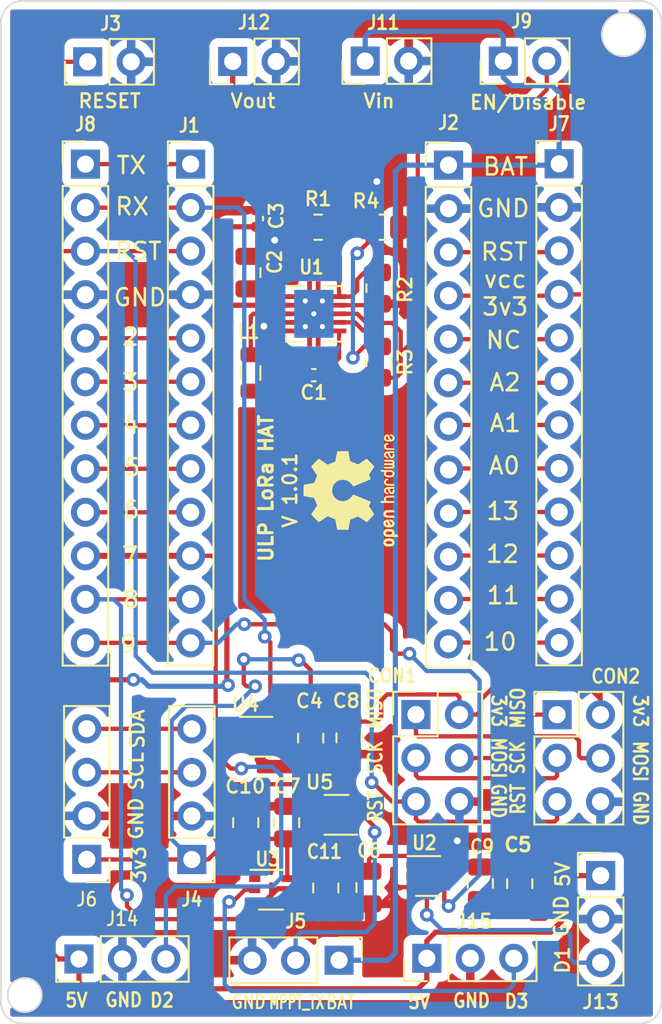
<source format=kicad_pcb>
(kicad_pcb (version 20221018) (generator pcbnew)
  (layers (0 "F.Cu" signal) (31 "B.Cu" signal) (34 "B.Paste" user) (35 "F.Paste" user) (36 "B.SilkS" user "B.Silkscreen") (37 "F.SilkS" user "F.Silkscreen") (38 "B.Mask" user) (39 "F.Mask" user) (44 "Edge.Cuts" user))
  (net 0 "")
  (net 1 "GND")
  (net 2 "/7")
  (net 3 "/BAT")
  (net 4 "/VCC")
  (net 5 "/MPPT_TX")
  (net 6 "Net-(U1-FB)")
  (net 7 "Net-(U1-UVLO)")
  (net 9 "Net-(J1-Pin_1)")
  (net 11 "/RST")
  (net 12 "Net-(J1-Pin_5)")
  (net 13 "Net-(J1-Pin_6)")
  (net 14 "Net-(J1-Pin_7)")
  (net 15 "Net-(J1-Pin_8)")
  (net 16 "Net-(J1-Pin_9)")
  (net 17 "Net-(J2-Pin_5)")
  (net 18 "Net-(J2-Pin_6)")
  (net 19 "Net-(J2-Pin_7)")
  (net 20 "Net-(J2-Pin_8)")
  (net 21 "Net-(J2-Pin_9)")
  (net 22 "Net-(J2-Pin_10)")
  (net 23 "Net-(J2-Pin_11)")
  (net 24 "Net-(J2-Pin_12)")
  (net 25 "Net-(J2-Pin_3)")
  (net 26 "/5V")
  (net 27 "/RX")
  (net 29 "/8")
  (net 31 "/9")
  (net 32 "Net-(U1-VAUX)")
  (net 33 "Net-(U1-L)")
  (net 35 "/MISO")
  (net 36 "/SCK")
  (net 37 "/MOSI")
  (net 38 "/SCL")
  (net 39 "/SDA")
  (net 40 "Net-(J9-Pin_2)")
  (net 41 "/D1")
  (net 42 "/D3")
  (net 43 "/D2")
  (footprint "Symbols:OSHW-Logo2_7.3x6mm_SilkScreen" (layer "F.Cu") (at 147.955 86.593 90)
    (fp_text reference "lg1" hide)
    (fp_text value "OSHW-Logo2_7.3x6mm_SilkScreen" hide)
  )
  (footprint "Connector_PinHeader_2.54mm:PinHeader_1x03_P2.54mm_Vertical" (layer "F.Cu") (at 147.270534 114.009339 -90)
    (fp_text reference "J5")
    (fp_text value "Conn_01x03" hide)
  )
  (footprint "Connector_PinHeader_2.54mm:PinHeader_2x03_P2.54mm_Vertical" (layer "F.Cu") (at 151.762929 99.671787)
    (fp_text reference "CON1")
    (fp_text value "AVR-ISP-6" hide)
  )
  (footprint "Resistor_SMD:R_0805_2012Metric" (layer "F.Cu") (at 149.604913 79.102213 90)
    (fp_text reference "R3")
    (fp_text value "2.15M" hide)
  )
  (footprint "Connector_PinHeader_2.54mm:PinHeader_1x04_P2.54mm_Vertical" (layer "F.Cu") (at 132.530232 108.123377 180)
    (fp_text reference "J6")
    (fp_text value "I2C")
  )
  (footprint "Connector_PinHeader_2.54mm:PinHeader_2x03_P2.54mm_Vertical" (layer "F.Cu") (at 160.011064 99.679755)
    (fp_text reference "CON2")
    (fp_text value "AVR-ISP-6" hide)
  )
  (footprint "Inductor_SMD:L_0805_2012Metric" (layer "F.Cu") (at 142.113 79.735 90)
    (fp_text reference "L1")
    (fp_text value "2.2uH")
  )
  (footprint "Capacitor_SMD:C_0805_2012Metric" (layer "F.Cu") (at 141.81705 105.978314 90)
    (fp_text reference "C10")
    (fp_text value "1uF")
  )
  (footprint "Connector_PinHeader_2.54mm:PinHeader_1x03_P2.54mm_Vertical" (layer "F.Cu") (at 152.4 113.898 90)
    (fp_text reference "J15")
    (fp_text value "Conn_01x03" hide)
  )
  (footprint "Connector_PinHeader_2.54mm:PinHeader_1x02_P2.54mm_Vertical" (layer "F.Cu") (at 132.583 61.574 90)
    (fp_text reference "J3")
    (fp_text value "RESET")
  )
  (footprint "Connector_PinHeader_2.54mm:PinHeader_1x12_P2.54mm_Vertical" (layer "F.Cu") (at 153.667297 67.605788)
    (fp_text reference "J2")
    (fp_text value "Conn_01x12" hide)
  )
  (footprint "Package_TO_SOT_SMD:SOT-353_SC-70-5" (layer "F.Cu") (at 142.674106 100.966507)
    (fp_text reference "U4")
    (fp_text value "SN74LV1T34DCK" hide)
  )
  (footprint "Capacitor_SMD:C_0805_2012Metric" (layer "F.Cu") (at 155.527242 109.520174 -90)
    (fp_text reference "C9")
    (fp_text value "0.1uF")
  )
  (footprint "Resistor_SMD:R_0805_2012Metric" (layer "F.Cu") (at 149.604913 74.784213 -90)
    (fp_text reference "R2")
    (fp_text value "470K" hide)
  )
  (footprint "Capacitor_SMD:C_0402_1005Metric" (layer "F.Cu") (at 142.464645 70.723989 -90)
    (fp_text reference "C3")
    (fp_text value "10uF")
  )
  (footprint "Capacitor_SMD:C_0805_2012Metric" (layer "F.Cu") (at 144.203402 105.978314 90)
    (fp_text reference "C7")
    (fp_text value "0.1uF")
  )
  (footprint "Capacitor_SMD:C_0402_1005Metric" (layer "F.Cu") (at 145.794913 79.864213)
    (fp_text reference "C1")
    (fp_text value "10uF")
  )
  (footprint "Connector_PinHeader_2.54mm:PinHeader_1x02_P2.54mm_Vertical" (layer "F.Cu") (at 148.797981 61.53342 90)
    (fp_text reference "J11")
    (fp_text value "Vin")
  )
  (footprint "Capacitor_SMD:C_0805_2012Metric" (layer "F.Cu") (at 149.022578 109.770353 -90)
    (fp_text reference "C6")
    (fp_text value "1uF")
  )
  (footprint "Resistor_SMD:R_0805_2012Metric" (layer "F.Cu") (at 149.858913 71.228213)
    (fp_text reference "R4")
    (fp_text value "240K" hide)
  )
  (footprint "Resistor_SMD:R_0805_2012Metric" (layer "F.Cu") (at 146.048913 71.228213)
    (fp_text reference "R1")
    (fp_text value "4.22M" hide)
  )
  (footprint "Capacitor_SMD:C_0805_2012Metric" (layer "F.Cu") (at 146.495766 109.795371 -90)
    (fp_text reference "C11")
    (fp_text value "0.1uF")
  )
  (footprint "Connector_PinHeader_2.54mm:PinHeader_1x12_P2.54mm_Vertical" (layer "F.Cu") (at 132.450904 67.546774)
    (fp_text reference "J8")
    (fp_text value "Conn_01x12_Pin" hide)
  )
  (footprint "Connector_PinHeader_2.54mm:PinHeader_1x12_P2.54mm_Vertical" (layer "F.Cu") (at 160.131044 67.529767)
    (fp_text reference "J7")
    (fp_text value "Conn_01x12_Pin" hide)
  )
  (footprint "Connector_PinHeader_2.54mm:PinHeader_1x04_P2.54mm_Vertical" (layer "F.Cu") (at 138.666745 108.130844 180)
    (fp_text reference "J4")
    (fp_text value "I2C")
  )
  (footprint "Package_TO_SOT_SMD:SOT-353_SC-70-5" (layer "F.Cu") (at 143.294151 109.895227)
    (fp_text reference "U3")
    (fp_text value "SN74LV1T34DCK" hide)
  )
  (footprint "Capacitor_SMD:C_0805_2012Metric" (layer "F.Cu") (at 147.853915 101.031401 -90)
    (fp_text reference "C8")
    (fp_text value "1uF")
  )
  (footprint "Capacitor_SMD:C_0805_2012Metric" (layer "F.Cu") (at 157.828893 109.545191 -90)
    (fp_text reference "C5")
    (fp_text value "1uF")
  )
  (footprint "Package_TO_SOT_SMD:SOT-353_SC-70-5" (layer "F.Cu") (at 147.120727 105.524512 180)
    (fp_text reference "U5")
    (fp_text value "SN74LV1T34DCK" hide)
  )
  (footprint "Connector_PinHeader_2.54mm:PinHeader_1x02_P2.54mm_Vertical" (layer "F.Cu") (at 156.869645 61.533479 90)
    (fp_text reference "J9")
    (fp_text value "EN/Disable")
  )
  (footprint "Capacitor_SMD:C_0805_2012Metric" (layer "F.Cu") (at 145.612732 101.050352 -90)
    (fp_text reference "C4")
    (fp_text value "0.1uF")
  )
  (footprint "Connector_PinHeader_2.54mm:PinHeader_1x03_P2.54mm_Vertical" (layer "F.Cu") (at 132.072747 113.936329 90)
    (fp_text reference "J14")
    (fp_text value "Conn_01x03" hide)
  )
  (footprint "Connector_PinHeader_2.54mm:PinHeader_1x02_P2.54mm_Vertical" (layer "F.Cu") (at 141.056507 61.553739 90)
    (fp_text reference "J12")
    (fp_text value "Vout")
  )
  (footprint "Connector_PinHeader_2.54mm:PinHeader_1x12_P2.54mm_Vertical" (layer "F.Cu") (at 138.598418 67.545362)
    (fp_text reference "J1")
    (fp_text value "Conn_01x12" hide)
  )
  (footprint "Package_SON:Texas_S-PVSON-N10_ThermalVias" (layer "F.Cu") (at 145.798913 76.282213)
    (fp_text reference "U1")
    (fp_text value "TPS61202DRC" hide)
  )
  (footprint "Capacitor_SMD:C_0805_2012Metric" (layer "F.Cu") (at 141.9425 73.879682 90)
    (fp_text reference "C2")
    (fp_text value "0.1uF" hide)
  )
  (footprint "Package_TO_SOT_SMD:SOT-353_SC-70-5" (layer "F.Cu") (at 152.474372 109.094653)
    (fp_text reference "U2")
    (fp_text value "SN74LV1T34DCK" hide)
  )
  (footprint "Connector_PinHeader_2.54mm:PinHeader_1x03_P2.54mm_Vertical" (layer "F.Cu") (at 162.56 109.072)
    (fp_text reference "J13")
    (fp_text value "Conn_01x03" hide)
  )
  (gr_line (start 128.778 58.018) (end 164.846 58.018) (stroke (width 0.1)) (layer "Edge.Cuts"))
  (gr_arc (start 166.116 116.438) (mid 165.744026 117.336026) (end 164.846 117.708) (stroke (width 0.1)) (layer "Edge.Cuts"))
  (gr_arc (start 128.778 117.708) (mid 127.879974 117.336026) (end 127.508 116.438) (stroke (width 0.1)) (layer "Edge.Cuts"))
  (gr_arc (start 164.846 58.018) (mid 165.744026 58.389974) (end 166.116 59.288) (stroke (width 0.1)) (layer "Edge.Cuts"))
  (gr_line (start 166.116 59.288) (end 166.116 116.438) (stroke (width 0.1)) (layer "Edge.Cuts"))
  (gr_arc (start 127.508 59.288) (mid 127.879974 58.389974) (end 128.778 58.018) (stroke (width 0.1)) (layer "Edge.Cuts"))
  (gr_line (start 164.846 117.708) (end 128.778 117.708) (stroke (width 0.1)) (layer "Edge.Cuts"))
  (gr_circle (center 163.897749 59.982251) (end 165.167749 59.982251) (stroke (width 0.1)) (fill none) (layer "Edge.Cuts"))
  (gr_line (start 127.508 116.438) (end 127.508 59.288) (stroke (width 0.1)) (layer "Edge.Cuts"))
  (gr_circle (center 128.905 116.041) (end 129.905 116.041) (stroke (width 0.1)) (fill none) (layer "Edge.Cuts"))
  (gr_text "5V" (at 131.191 116.819) (layer "F.SilkS") (effects (font (size 0.8 0.7)) (justify left bottom)))
  (gr_text "A1" (at 156.985758 82.664932) (layer "F.SilkS") (effects (font (size 1 1))))
  (gr_text "SCK" (at 158.171899 103.241493 90) (layer "F.SilkS") (effects (font (size 0.8 0.65)) (justify left bottom)))
  (gr_text "RST" (at 158.196025 105.588376 90) (layer "F.SilkS") (effects (font (size 0.8 0.65)) (justify left bottom)))
  (gr_text "MOSI" (at 164.393192 101.131313 270) (layer "F.SilkS") (effects (font (size 0.8 0.65)) (justify left bottom)))
  (gr_text "3v3" (at 156.13516 98.430177 270) (layer "F.SilkS") (effects (font (size 0.8 0.7)) (justify left bottom)))
  (gr_text "SCL" (at 135.894034 104.183201 90) (layer "F.SilkS") (effects (font (size 0.8 0.8)) (justify left bottom)))
  (gr_text "vcc\n3v3" (at 156.97878 75.067784) (layer "F.SilkS") (effects (font (size 1 1))))
  (gr_text "RST" (at 156.922354 72.666278) (layer "F.SilkS") (effects (font (size 1 1))))
  (gr_text "V 1.0.1" (at 144.402685 88.852351 90) (layer "F.SilkS") (effects (font (size 0.8 0.8) (thickness 0.15) bold) (justify left)))
  (gr_text "D3" (at 156.860487 116.878942) (layer "F.SilkS") (effects (font (size 0.8 0.7)) (justify left bottom)))
  (gr_text "3v3" (at 136.04033 109.596137 90) (layer "F.SilkS") (effects (font (size 0.8 0.8)) (justify left bottom)))
  (gr_text "13" (at 156.842954 87.80295) (layer "F.SilkS") (effects (font (size 1 1))))
  (gr_text "3" (at 135.07408 80.298972) (layer "F.SilkS") (effects (font (size 1 1))))
  (gr_text "RST" (at 135.531908 72.629487) (layer "F.SilkS") (effects (font (size 1 1))))
  (gr_text "MOSI" (at 156.128405 100.929813 270) (layer "F.SilkS") (effects (font (size 0.8 0.65)) (justify left bottom)))
  (gr_text "GND" (at 141.986 116.438) (layer "F.SilkS") (effects (font (size 0.8 0.65) (thickness 0.125))))
  (gr_text "RX" (at 135.177338 70.024302) (layer "F.SilkS") (effects (font (size 1 1))))
  (gr_text "GND" (at 135.869651 107.060348 90) (layer "F.SilkS") (effects (font (size 0.8 0.8)) (justify left bottom)))
  (gr_text "BAT" (at 147.370391 116.44877) (layer "F.SilkS") (effects (font (size 0.8 0.65) (thickness 0.125))))
  (gr_text "3v3" (at 164.417317 98.441895 270) (layer "F.SilkS") (effects (font (size 0.8 0.7)) (justify left bottom)))
  (gr_text "MISO" (at 158.188779 100.569011 90) (layer "F.SilkS") (effects (font (size 0.8 0.65)) (justify left bottom)))
  (gr_text "5V" (at 160.81314 109.82233 90) (layer "F.SilkS") (effects (font (size 0.8 0.8)) (justify left bottom)))
  (gr_text "A2" (at 156.970883 80.286329) (layer "F.SilkS") (effects (font (size 1 1))))
  (gr_text "NC" (at 156.882747 77.816241) (layer "F.SilkS") (effects (font (size 1 1))))
  (gr_text "MISO" (at 149.847299 100.601627 90) (layer "F.SilkS") (effects (font (size 0.8 0.65)) (justify left bottom)))
  (gr_text "D1" (at 160.797895 114.880242 90) (layer "F.SilkS") (effects (font (size 0.8 0.8)) (justify left bottom)))
  (gr_text "6" (at 135.128 87.736) (layer "F.SilkS") (effects (font (size 1 1))))
  (gr_text "GND" (at 156.116743 103.63074 270) (layer "F.SilkS") (effects (font (size 0.8 0.65)) (justify left bottom)))
  (gr_text "GND" (at 135.635885 75.32992) (layer "F.SilkS") (effects (font (size 1 1))))
  (gr_text "A0" (at 156.926256 85.14914) (layer "F.SilkS") (effects (font (size 1 1))))
  (gr_text "4" (at 135.101598 82.764594) (layer "F.SilkS") (effects (font (size 1 1))))
  (gr_text "5V" (at 151.214076 116.907898) (layer "F.SilkS") (effects (font (size 0.8 0.7)) (justify left bottom)))
  (gr_text "TX" (at 135.127753 67.61943) (layer "F.SilkS") (effects (font (size 1 1))))
  (gr_text "SDA" (at 135.948126 101.736463 90) (layer "F.SilkS") (effects (font (size 0.8 0.8)) (justify left bottom)))
  (gr_text "BAT" (at 156.997704 67.692656) (layer "F.SilkS") (effects (font (size 1 1))))
  (gr_text "5" (at 135.171509 85.25675) (layer "F.SilkS") (effects (font (size 1 1))))
  (gr_text "10" (at 156.687132 95.428144) (layer "F.SilkS") (effects (font (size 1 1))))
  (gr_text "D2" (at 136.144 116.819) (layer "F.SilkS") (effects (font (size 0.8 0.7)) (justify left bottom)))
  (gr_text "12" (at 156.825103 90.302033) (layer "F.SilkS") (effects (font (size 1 1))))
  (gr_text "SCK" (at 149.86 103.227787 90) (layer "F.SilkS") (effects (font (size 0.8 0.65)) (justify left bottom)))
  (gr_text "7" (at 135.05764 90.413831) (layer "F.SilkS") (effects (font (size 1 1))))
  (gr_text "9" (at 134.950537 95.576223) (layer "F.SilkS") (effects (font (size 1 1))))
  (gr_text "RST" (at 149.86 106.021787 90) (layer "F.SilkS") (effects (font (size 0.8 0.65)) (justify left bottom)))
  (gr_text "GND" (at 153.849068 116.835508) (layer "F.SilkS") (effects (font (size 0.8 0.7)) (justify left bottom)))
  (gr_text "11" (at 156.865638 92.720804) (layer "F.SilkS") (effects (font (size 1 1))))
  (gr_text "GND" (at 164.415019 104.052468 270) (layer "F.SilkS") (effects (font (size 0.8 0.65)) (justify left bottom)))
  (gr_text "MPPT_TX" (at 143.119343 116.923647) (layer "F.SilkS") (effects (font (size 0.8 0.5) (thickness 0.125)) (justify left bottom)))
  (gr_text "2" (at 135.087052 77.624361) (layer "F.SilkS") (effects (font (size 1 1))))
  (gr_text "GND" (at 133.523735 116.796241) (layer "F.SilkS") (effects (font (size 0.8 0.7)) (justify left bottom)))
  (gr_text "GND" (at 160.730379 112.768599 90) (layer "F.SilkS") (effects (font (size 0.8 0.8)) (justify left bottom)))
  (gr_text "8" (at 135.121902 92.962896) (layer "F.SilkS") (effects (font (size 1 1))))
  (gr_text "ULP LoRa HAT\n" (at 143.002 86.466 90) (layer "F.SilkS") (effects (font (size 0.8 0.8) (thickness 0.18) bold)))
  (gr_text "GND" (at 156.86918 70.134617) (layer "F.SilkS") (effects (font (size 1 1))))
  (segment (start 150.771413 68.835413) (end 150.771413 71.228213) (width 0.3045) (layer "F.Cu") (net 1))
  (segment (start 139.879156 105.590844) (end 140.462 105.008) (width 0.3045) (layer "F.Cu") (net 1))
  (segment (start 144.203402 105.028314) (end 145.054314 105.028314) (width 0.3045) (layer "F.Cu") (net 1))
  (segment (start 141.796736 105.008) (end 141.81705 105.028314) (width 0.25) (layer "F.Cu") (net 1))
  (segment (start 158.75 106.786) (end 159.512 107.548) (width 0.3045) (layer "F.Cu") (net 1))
  (segment (start 148.082 104.863239) (end 148.070727 104.874512) (width 0.25) (layer "F.Cu") (net 1))
  (segment (start 143.51 72.496) (end 143.51 71.988) (width 0.3045) (layer "F.Cu") (net 1))
  (segment (start 138.598418 74.598198) (end 138.598418 75.165362) (width 0.25) (layer "F.Cu") (net 1))
  (segment (start 143.51 102.468) (end 145.145084 102.468) (width 0.3045) (layer "F.Cu") (net 1))
  (segment (start 150.495 68.559) (end 150.771413 68.835413) (width 0.3045) (layer "F.Cu") (net 1))
  (segment (start 143.076318 72.929682) (end 143.51 72.496) (width 0.3045) (layer "F.Cu") (net 1))
  (segment (start 138.666745 105.590844) (end 139.879156 105.590844) (width 0.3045) (layer "F.Cu") (net 1))
  (segment (start 144.203402 105.028314) (end 141.81705 105.028314) (width 0.3045) (layer "F.Cu") (net 1))
  (segment (start 145.054314 105.028314) (end 145.554252 105.528252) (width 0.3045) (layer "F.Cu") (net 1))
  (segment (start 149.479 68.559) (end 150.495 68.559) (width 0.3045) (layer "F.Cu") (net 1))
  (segment (start 149.022578 110.720353) (end 149.735647 110.720353) (width 0.25) (layer "F.Cu") (net 1))
  (segment (start 145.554252 105.528252) (end 146.837487 105.528252) (width 0.3045) (layer "F.Cu") (net 1))
  (segment (start 143.1015 76.782213) (end 144.323913 76.782213) (width 0.254) (layer "F.Cu") (net 1))
  (segment (start 159.512 109.834) (end 159.512 107.548) (width 0.3045) (layer "F.Cu") (net 1))
  (segment (start 147.853915 102.620915) (end 148.082 102.849) (width 0.25) (layer "F.Cu") (net 1))
  (segment (start 154.432 106.786) (end 158.75 106.786) (width 0.3045) (layer "F.Cu") (net 1))
  (segment (start 146.837487 105.528252) (end 147.491227 104.874512) (width 0.3045) (layer "F.Cu") (net 1))
  (segment (start 145.145084 102.468) (end 145.612732 102.000352) (width 0.3045) (layer "F.Cu") (net 1))
  (segment (start 147.853915 101.981401) (end 145.631683 101.981401) (width 0.25) (layer "F.Cu") (net 1))
  (segment (start 142.875 77.008713) (end 143.1015 76.782213) (width 0.254) (layer "F.Cu") (net 1))
  (segment (start 150.711347 109.744653) (end 151.524372 109.744653) (width 0.25) (layer "F.Cu") (net 1))
  (segment (start 147.853915 101.981401) (end 147.853915 102.620915) (width 0.25) (layer "F.Cu") (net 1))
  (segment (start 143.256 110.262878) (end 143.684878 109.834) (width 0.305) (layer "F.Cu") (net 1))
  (segment (start 147.273913 75.782213) (end 149.519413 75.782213) (width 0.25) (layer "F.Cu") (net 1))
  (segment (start 145.631683 101.981401) (end 145.612732 102.000352) (width 0.25) (layer "F.Cu") (net 1))
  (segment (start 148.082 102.849) (end 148.082 104.863239) (width 0.25) (layer "F.Cu") (net 1))
  (segment (start 141.984645 72.887537) (end 141.9425 72.929682) (width 0.25) (layer "F.Cu") (net 1))
  (segment (start 141.9425 72.929682) (end 143.076318 72.929682) (width 0.3045) (layer "F.Cu") (net 1))
  (segment (start 140.462 105.008) (end 141.796736 105.008) (width 0.3045) (layer "F.Cu") (net 1))
  (segment (start 142.973651 110.545227) (end 142.344151 110.545227) (width 0.3045) (layer "F.Cu") (net 1))
  (segment (start 158.850809 110.495191) (end 157.828893 110.495191) (width 0.3045) (layer "F.Cu") (net 1))
  (segment (start 143.684878 109.834) (end 145.584395 109.834) (width 0.305) (layer "F.Cu") (net 1))
  (segment (start 142.150507 101.616507) (end 141.724106 101.616507) (width 0.3045) (layer "F.Cu") (net 1))
  (segment (start 149.735647 110.720353) (end 150.711347 109.744653) (width 0.25) (layer "F.Cu") (net 1))
  (segment (start 142.210913 72.661269) (end 141.9425 72.929682) (width 0.3045) (layer "F.Cu") (net 1))
  (segment (start 143.002 102.468) (end 142.150507 101.616507) (width 0.3045) (layer "F.Cu") (net 1))
  (segment (start 143.256 110.262878) (end 142.973651 110.545227) (width 0.3045) (layer "F.Cu") (net 1))
  (segment (start 154.178 107.04) (end 154.432 106.786) (width 0.3045) (layer "F.Cu") (net 1))
  (segment (start 159.512 109.834) (end 158.850809 110.495191) (width 0.3045) (layer "F.Cu") (net 1))
  (segment (start 145.584395 109.834) (end 146.495766 110.745371) (width 0.305) (layer "F.Cu") (net 1))
  (segment (start 147.491227 104.874512) (end 148.070727 104.874512) (width 0.3045) (layer "F.Cu") (net 1))
  (segment (start 149.519413 75.782213) (end 149.604913 75.696713) (width 0.25) (layer "F.Cu") (net 1))
  (segment (start 143.51 102.468) (end 143.002 102.468) (width 0.3045) (layer "F.Cu") (net 1))
  (via (at 149.479 68.559) (size 0.8) (drill 0.4) (layers "F.Cu" "B.Cu") (net 1))
  (via (at 143.51 71.988) (size 0.8) (drill 0.4) (layers "F.Cu" "B.Cu") (net 1))
  (via (at 142.875 77.008713) (size 0.8) (drill 0.4) (layers "F.Cu" "B.Cu") (net 1))
  (via (at 154.178 107.04) (size 0.8) (drill 0.4) (layers "F.Cu" "B.Cu") (net 1))
  (segment (start 142.875 77.008713) (end 143.002 76.881713) (width 0.254) (layer "B.Cu") (net 1))
  (segment (start 154.302929 106.915071) (end 154.178 107.04) (width 0.3045) (layer "B.Cu") (net 1))
  (segment (start 143.51 68.813) (end 143.51 71.988) (width 0.3045) (layer "B.Cu") (net 1))
  (segment (start 143.891 68.432) (end 143.51 68.813) (width 0.3045) (layer "B.Cu") (net 1))
  (segment (start 149.352 68.432) (end 143.891 68.432) (width 0.3045) (layer "B.Cu") (net 1))
  (segment (start 143.002 72.496) (end 143.51 71.988) (width 0.254) (layer "B.Cu") (net 1))
  (segment (start 149.479 68.559) (end 149.352 68.432) (width 0.3045) (layer "B.Cu") (net 1))
  (segment (start 154.302929 104.751787) (end 154.302929 106.915071) (width 0.3045) (layer "B.Cu") (net 1))
  (segment (start 143.002 76.881713) (end 143.002 72.496) (width 0.254) (layer "B.Cu") (net 1))
  (segment (start 146.170727 104.112727) (end 145.796 103.738) (width 0.25) (layer "F.Cu") (net 2))
  (segment (start 146.170727 104.874512) (end 146.170727 104.112727) (width 0.25) (layer "F.Cu") (net 2))
  (segment (start 140.062077 102.703077) (end 140.062077 90.638077) (width 0.25) (layer "F.Cu") (net 2))
  (segment (start 140.062077 90.638077) (end 139.829362 90.405362) (width 0.25) (layer "F.Cu") (net 2))
  (segment (start 141.097 103.738) (end 140.062077 102.703077) (width 0.25) (layer "F.Cu") (net 2))
  (segment (start 145.796 103.738) (end 141.097 103.738) (width 0.25) (layer "F.Cu") (net 2))
  (segment (start 138.597006 90.406774) (end 138.598418 90.405362) (width 0.25) (layer "F.Cu") (net 2))
  (segment (start 139.829362 90.405362) (end 138.598418 90.405362) (width 0.25) (layer "F.Cu") (net 2))
  (segment (start 132.450904 90.406774) (end 138.597006 90.406774) (width 0.35) (layer "F.Cu") (net 2))
  (segment (start 160.055023 67.605788) (end 160.131044 67.529767) (width 0.25) (layer "F.Cu") (net 3))
  (segment (start 156.869645 61.533479) (end 156.869645 60.074645) (width 0.3045) (layer "B.Cu") (net 3))
  (segment (start 150.560679 113.578321) (end 150.560679 67.985321) (width 0.3045) (layer "B.Cu") (net 3))
  (segment (start 148.797981 60.096019) (end 148.797981 61.53342) (width 0.3045) (layer "B.Cu") (net 3))
  (segment (start 150.560679 67.985321) (end 150.940212 67.605788) (width 0.3045) (layer "B.Cu") (net 3))
  (segment (start 157.353 62.971) (end 159.719182 62.971) (width 0.3045) (layer "B.Cu") (net 3))
  (segment (start 156.869645 62.487645) (end 157.353 62.971) (width 0.3045) (layer "B.Cu") (net 3))
  (segment (start 147.270534 114.009339) (end 150.129661 114.009339) (width 0.3045) (layer "B.Cu") (net 3))
  (segment (start 150.940212 67.605788) (end 153.667297 67.605788) (width 0.3045) (layer "B.Cu") (net 3))
  (segment (start 150.129661 114.009339) (end 150.560679 113.578321) (width 0.3045) (layer "B.Cu") (net 3))
  (segment (start 149.098 59.796) (end 148.797981 60.096019) (width 0.3045) (layer "B.Cu") (net 3))
  (segment (start 156.591 59.796) (end 149.098 59.796) (width 0.3045) (layer "B.Cu") (net 3))
  (segment (start 160.055023 67.605788) (end 160.131044 67.529767) (width 0.3045) (layer "B.Cu") (net 3))
  (segment (start 156.869645 60.074645) (end 156.591 59.796) (width 0.3045) (layer "B.Cu") (net 3))
  (segment (start 159.719182 62.971) (end 160.131044 63.382862) (width 0.3045) (layer "B.Cu") (net 3))
  (segment (start 153.667297 67.605788) (end 160.055023 67.605788) (width 0.3045) (layer "B.Cu") (net 3))
  (segment (start 160.131044 63.382862) (end 160.131044 67.529767) (width 0.3045) (layer "B.Cu") (net 3))
  (segment (start 156.869645 61.533479) (end 156.869645 62.487645) (width 0.3045) (layer "B.Cu") (net 3))
  (segment (start 162.551064 75.535064) (end 162.551064 99.679755) (width 0.25) (layer "F.Cu") (net 4))
  (segment (start 144.353648 100.100352) (end 144.137493 100.316507) (width 0.25) (layer "F.Cu") (net 4))
  (segment (start 141.700327 97.85234) (end 141.700327 96.447332) (width 0.25) (layer "F.Cu") (net 4))
  (segment (start 144.244151 109.245227) (end 144.244151 106.969063) (width 0.25) (layer "F.Cu") (net 4))
  (segment (start 146.495766 108.845371) (end 145.387629 108.845371) (width 0.25) (layer "F.Cu") (net 4))
  (segment (start 132.537699 108.130844) (end 132.530232 108.123377) (width 0.25) (layer "F.Cu") (net 4))
  (segment (start 145.612732 100.100352) (end 144.353648 100.100352) (width 0.25) (layer "F.Cu") (net 4))
  (segment (start 149.452599 100.081401) (end 149.071599 100.081401) (width 0.254) (layer "F.Cu") (net 4))
  (segment (start 150.084713 98.496787) (end 149.733 98.8485) (width 0.254) (layer "F.Cu") (net 4))
  (segment (start 149.733 99.801) (end 149.452599 100.081401) (width 0.254) (layer "F.Cu") (net 4))
  (segment (start 161.925 98.15) (end 162.551064 98.776064) (width 0.25) (layer "F.Cu") (net 4))
  (segment (start 155.575 99.42) (end 155.323213 99.671787) (width 0.254) (layer "F.Cu") (net 4))
  (segment (start 146.170727 106.665273) (end 146.170727 106.174512) (width 0.25) (layer "F.Cu") (net 4))
  (segment (start 149.234347 107.919653) (end 149.022578 108.131422) (width 0.25) (layer "F.Cu") (net 4))
  (segment (start 153.424372 108.444653) (end 155.401721 108.444653) (width 0.25) (layer "F.Cu") (net 4))
  (segment (start 153.667297 75.225788) (end 160.055023 75.225788) (width 0.25) (layer "F.Cu") (net 4))
  (segment (start 154.302929 99.671787) (end 154.302929 98.655929) (width 0.25) (layer "F.Cu") (net 4))
  (segment (start 141.870987 98.023) (end 141.700327 97.85234) (width 0.25) (layer "F.Cu") (net 4))
  (segment (start 142.367 98.023) (end 141.870987 98.023) (width 0.25) (layer "F.Cu") (net 4))
  (segment (start 145.631683 100.081401) (end 145.612732 100.100352) (width 0.25) (layer "F.Cu") (net 4))
  (segment (start 149.022578 108.820353) (end 146.520784 108.820353) (width 0.25) (layer "F.Cu") (net 4))
  (segment (start 162.551064 98.776064) (end 162.551064 99.679755) (width 0.25) (layer "F.Cu") (net 4))
  (segment (start 149.733 98.8485) (end 149.733 99.801) (width 0.254) (layer "F.Cu") (net 4))
  (segment (start 160.131044 75.149767) (end 162.165767 75.149767) (width 0.25) (layer "F.Cu") (net 4))
  (segment (start 145.034 96.499) (end 145.612732 97.077732) (width 0.25) (layer "F.Cu") (net 4))
  (segment (start 152.899372 107.919653) (end 149.234347 107.919653) (width 0.25) (layer "F.Cu") (net 4))
  (segment (start 144.137493 100.316507) (end 143.624106 100.316507) (width 0.25) (layer "F.Cu") (net 4))
  (segment (start 139.625156 108.130844) (end 138.666745 108.130844) (width 0.25) (layer "F.Cu") (net 4))
  (segment (start 140.827686 106.928314) (end 139.625156 108.130844) (width 0.25) (layer "F.Cu") (net 4))
  (segment (start 154.143787 98.496787) (end 150.656213 98.496787) (width 0.25) (layer "F.Cu") (net 4))
  (segment (start 144.203402 106.928314) (end 145.907686 106.928314) (width 0.25) (layer "F.Cu") (net 4))
  (segment (start 155.575 98.785) (end 155.575 99.42) (width 0.254) (layer "F.Cu") (net 4))
  (segment (start 144.244151 106.969063) (end 144.203402 106.928314) (width 0.25) (layer "F.Cu") (net 4))
  (segment (start 147.853915 100.081401) (end 145.631683 100.081401) (width 0.25) (layer "F.Cu") (net 4))
  (segment (start 145.907686 106.928314) (end 146.170727 106.665273) (width 0.25) (layer "F.Cu") (net 4))
  (segment (start 162.165767 75.149767) (end 162.551064 75.535064) (width 0.25) (layer "F.Cu") (net 4))
  (segment (start 154.302929 98.655929) (end 154.143787 98.496787) (width 0.25) (layer "F.Cu") (net 4))
  (segment (start 138.666745 108.130844) (end 132.537699 108.130844) (width 0.25) (layer "F.Cu") (net 4))
  (segment (start 157.803876 108.570174) (end 157.828893 108.595191) (width 0.25) (layer "F.Cu") (net 4))
  (segment (start 153.424372 108.444653) (end 152.899372 107.919653) (width 0.25) (layer "F.Cu") (net 4))
  (segment (start 155.527242 108.570174) (end 157.803876 108.570174) (width 0.25) (layer "F.Cu") (net 4))
  (segment (start 156.464 98.15) (end 161.925 98.15) (width 0.25) (layer "F.Cu") (net 4))
  (segment (start 155.401721 108.444653) (end 155.527242 108.570174) (width 0.25) (layer "F.Cu") (net 4))
  (segment (start 150.656213 98.496787) (end 150.084713 98.496787) (width 0.254) (layer "F.Cu") (net 4))
  (segment (start 145.387629 108.845371) (end 144.987773 109.245227) (width 0.25) (layer "F.Cu") (net 4))
  (segment (start 149.071599 100.081401) (end 147.853915 100.081401) (width 0.25) (layer "F.Cu") (net 4))
  (segment (start 156.21 98.15) (end 155.575 98.785) (width 0.254) (layer "F.Cu") (net 4))
  (segment (start 145.612732 97.077732) (end 145.612732 100.100352) (width 0.25) (layer "F.Cu") (net 4))
  (segment (start 144.203402 106.928314) (end 141.81705 106.928314) (width 0.25) (layer "F.Cu") (net 4))
  (segment (start 144.987773 109.245227) (end 144.244151 109.245227) (width 0.25) (layer "F.Cu") (net 4))
  (segment (start 146.520784 108.820353) (end 146.495766 108.845371) (width 0.25) (layer "F.Cu") (net 4))
  (segment (start 149.022578 108.131422) (end 149.022578 108.820353) (width 0.25) (layer "F.Cu") (net 4))
  (segment (start 154.302929 99.671787) (end 155.323213 99.671787) (width 0.25) (layer "F.Cu") (net 4))
  (segment (start 156.464 98.15) (end 156.21 98.15) (width 0.254) (layer "F.Cu") (net 4))
  (segment (start 160.055023 75.225788) (end 160.131044 75.149767) (width 0.25) (layer "F.Cu") (net 4))
  (segment (start 144.907 96.499) (end 145.034 96.499) (width 0.25) (layer "F.Cu") (net 4))
  (segment (start 141.81705 106.928314) (end 140.827686 106.928314) (width 0.25) (layer "F.Cu") (net 4))
  (via (at 142.367 98.023) (size 0.8) (drill 0.4) (layers "F.Cu" "B.Cu") (net 4))
  (via (at 141.700327 96.447332) (size 0.8) (drill 0.4) (layers "F.Cu" "B.Cu") (net 4))
  (via (at 144.907 96.499) (size 0.8) (drill 0.4) (layers "F.Cu" "B.Cu") (net 4))
  (segment (start 141.224 99.166) (end 138.349888 99.166) (width 0.25) (layer "B.Cu") (net 4))
  (segment (start 137.491745 106.955844) (end 138.666745 108.130844) (width 0.25) (layer "B.Cu") (net 4))
  (segment (start 142.367 98.023) (end 141.224 99.166) (width 0.25) (layer "B.Cu") (net 4))
  (segment (start 137.491745 100.024143) (end 137.491745 106.955844) (width 0.25) (layer "B.Cu") (net 4))
  (segment (start 144.907 96.499) (end 144.855332 96.447332) (width 0.25) (layer "B.Cu") (net 4))
  (segment (start 138.349888 99.166) (end 137.491745 100.024143) (width 0.25) (layer "B.Cu") (net 4))
  (segment (start 144.855332 96.447332) (end 141.700327 96.447332) (width 0.25) (layer "B.Cu") (net 4))
  (segment (start 149.352 106.230785) (end 148.645727 105.524512) (width 0.25) (layer "F.Cu") (net 5))
  (segment (start 148.645727 105.524512) (end 148.070727 105.524512) (width 0.25) (layer "F.Cu") (net 5))
  (segment (start 149.352 106.532) (end 149.352 106.230785) (width 0.25) (layer "F.Cu") (net 5))
  (via (at 149.352 106.532) (size 0.8) (drill 0.4) (layers "F.Cu" "B.Cu") (net 5))
  (segment (start 149.352 106.532) (end 149.352 111.866) (width 0.25) (layer "B.Cu") (net 5))
  (segment (start 148.844 112.374) (end 145.034 112.374) (width 0.25) (layer "B.Cu") (net 5))
  (segment (start 144.730534 112.677466) (end 144.730534 114.009339) (width 0.25) (layer "B.Cu") (net 5))
  (segment (start 145.034 112.374) (end 144.730534 112.677466) (width 0.25) (layer "B.Cu") (net 5))
  (segment (start 149.352 111.866) (end 148.844 112.374) (width 0.25) (layer "B.Cu") (net 5))
  (segment (start 147.558913 75.282213) (end 147.962787 75.282213) (width 0.25) (layer "F.Cu") (net 6))
  (segment (start 146.961413 73.661413) (end 147.273913 73.973913) (width 0.25) (layer "F.Cu") (net 6))
  (segment (start 146.961413 71.228213) (end 146.961413 73.661413) (width 0.25) (layer "F.Cu") (net 6))
  (segment (start 148.336 74.909) (end 148.336 74.274) (width 0.25) (layer "F.Cu") (net 6))
  (segment (start 147.962787 75.282213) (end 148.336 74.909) (width 0.25) (layer "F.Cu") (net 6))
  (segment (start 148.336 74.274) (end 148.738287 73.871713) (width 0.25) (layer "F.Cu") (net 6))
  (segment (start 148.738287 73.871713) (end 149.604913 73.871713) (width 0.25) (layer "F.Cu") (net 6))
  (segment (start 147.273913 73.973913) (end 147.273913 75.282213) (width 0.25) (layer "F.Cu") (net 6))
  (segment (start 148.6792 77.264) (end 149.294 77.264) (width 0.25) (layer "F.Cu") (net 7))
  (segment (start 149.604913 77.574913) (end 149.604913 78.189713) (width 0.25) (layer "F.Cu") (net 7))
  (segment (start 147.273913 76.782213) (end 148.197413 76.782213) (width 0.25) (layer "F.Cu") (net 7))
  (segment (start 148.738287 78.189713) (end 148.082 78.846) (width 0.25) (layer "F.Cu") (net 7))
  (segment (start 148.946413 72.139587) (end 148.946413 71.228213) (width 0.25) (layer "F.Cu") (net 7))
  (segment (start 148.197413 76.782213) (end 148.6792 77.264) (width 0.25) (layer "F.Cu") (net 7))
  (segment (start 149.294 77.264) (end 149.604913 77.574913) (width 0.25) (layer "F.Cu") (net 7))
  (segment (start 149.604913 78.189713) (end 148.738287 78.189713) (width 0.25) (layer "F.Cu") (net 7))
  (segment (start 148.336 72.75) (end 148.946413 72.139587) (width 0.25) (layer "F.Cu") (net 7))
  (via (at 148.082 78.846) (size 0.8) (drill 0.4) (layers "F.Cu" "B.Cu") (net 7))
  (via (at 148.336 72.75) (size 0.8) (drill 0.4) (layers "F.Cu" "B.Cu") (net 7))
  (segment (start 148.336 72.75) (end 148.082 73.004) (width 0.25) (layer "B.Cu") (net 7))
  (segment (start 148.082 73.004) (end 148.082 78.846) (width 0.25) (layer "B.Cu") (net 7))
  (segment (start 132.450904 67.546774) (end 138.597006 67.546774) (width 0.25) (layer "F.Cu") (net 9))
  (segment (start 138.597006 67.546774) (end 138.598418 67.545362) (width 0.25) (layer "F.Cu") (net 9))
  (segment (start 132.450904 72.626774) (end 138.597006 72.626774) (width 0.25) (layer "F.Cu") (net 11))
  (segment (start 130.429 71.988) (end 131.067774 72.626774) (width 0.25) (layer "F.Cu") (net 11))
  (segment (start 149.239465 103.625465) (end 150.365787 104.751787) (width 0.25) (layer "F.Cu") (net 11))
  (segment (start 151.762929 105.767929) (end 151.921787 105.926787) (width 0.25) (layer "F.Cu") (net 11))
  (segment (start 159.863213 105.926787) (end 159.736213 105.926787) (width 0.254) (layer "F.Cu") (net 11))
  (segment (start 130.937 61.574) (end 130.429 62.082) (width 0.25) (layer "F.Cu") (net 11))
  (segment (start 132.583 61.574) (end 130.937 61.574) (width 0.25) (layer "F.Cu") (net 11))
  (segment (start 131.067774 72.626774) (end 132.450904 72.626774) (width 0.25) (layer "F.Cu") (net 11))
  (segment (start 150.365787 104.751787) (end 151.762929 104.751787) (width 0.25) (layer "F.Cu") (net 11))
  (segment (start 160.011064 104.759755) (end 160.011064 105.778936) (width 0.254) (layer "F.Cu") (net 11))
  (segment (start 160.011064 105.778936) (end 159.863213 105.926787) (width 0.254) (layer "F.Cu") (net 11))
  (segment (start 149.177503 103.625465) (end 149.239465 103.625465) (width 0.25) (layer "F.Cu") (net 11))
  (segment (start 151.921787 105.926787) (end 159.736213 105.926787) (width 0.25) (layer "F.Cu") (net 11))
  (segment (start 130.429 62.082) (end 130.429 71.988) (width 0.25) (layer "F.Cu") (net 11))
  (segment (start 138.597006 72.626774) (end 138.598418 72.625362) (width 0.25) (layer "F.Cu") (net 11))
  (segment (start 151.762929 104.751787) (end 151.762929 105.767929) (width 0.25) (layer "F.Cu") (net 11))
  (via (at 149.177503 103.625465) (size 0.8) (drill 0.4) (layers "F.Cu" "B.Cu") (net 11))
  (segment (start 136.368088 97.231088) (end 135.382 96.245) (width 0.25) (layer "B.Cu") (net 11))
  (segment (start 149.177503 103.625465) (end 149.177503 97.594503) (width 0.25) (layer "B.Cu") (net 11))
  (segment (start 149.177503 97.594503) (end 148.814088 97.231088) (width 0.25) (layer "B.Cu") (net 11))
  (segment (start 148.814088 97.231088) (end 136.368088 97.231088) (width 0.25) (layer "B.Cu") (net 11))
  (segment (start 134.877774 72.626774) (end 132.450904 72.626774) (width 0.25) (layer "B.Cu") (net 11))
  (segment (start 135.382 96.245) (end 135.382 73.131) (width 0.25) (layer "B.Cu") (net 11))
  (segment (start 135.382 73.131) (end 134.877774 72.626774) (width 0.25) (layer "B.Cu") (net 11))
  (segment (start 132.450904 77.706774) (end 138.597006 77.706774) (width 0.25) (layer "F.Cu") (net 12))
  (segment (start 138.597006 77.706774) (end 138.598418 77.705362) (width 0.25) (layer "F.Cu") (net 12))
  (segment (start 138.597006 80.246774) (end 138.598418 80.245362) (width 0.25) (layer "F.Cu") (net 13))
  (segment (start 132.450904 80.246774) (end 138.597006 80.246774) (width 0.25) (layer "F.Cu") (net 13))
  (segment (start 132.450904 82.786774) (end 138.597006 82.786774) (width 0.25) (layer "F.Cu") (net 14))
  (segment (start 138.597006 82.786774) (end 138.598418 82.785362) (width 0.25) (layer "F.Cu") (net 14))
  (segment (start 132.450904 85.326774) (end 138.597006 85.326774) (width 0.25) (layer "F.Cu") (net 15))
  (segment (start 138.597006 85.326774) (end 138.598418 85.325362) (width 0.25) (layer "F.Cu") (net 15))
  (segment (start 132.450904 87.866774) (end 138.597006 87.866774) (width 0.25) (layer "F.Cu") (net 16))
  (segment (start 138.597006 87.866774) (end 138.598418 87.865362) (width 0.25) (layer "F.Cu") (net 16))
  (segment (start 160.055023 77.765788) (end 160.131044 77.689767) (width 0.25) (layer "F.Cu") (net 17))
  (segment (start 153.667297 77.765788) (end 160.055023 77.765788) (width 0.25) (layer "F.Cu") (net 17))
  (segment (start 153.667297 80.305788) (end 160.055023 80.305788) (width 0.25) (layer "F.Cu") (net 18))
  (segment (start 160.055023 80.305788) (end 160.131044 80.229767) (width 0.25) (layer "F.Cu") (net 18))
  (segment (start 160.131044 82.769767) (end 153.743318 82.769767) (width 0.25) (layer "F.Cu") (net 19))
  (segment (start 153.743318 82.769767) (end 153.667297 82.845788) (width 0.25) (layer "F.Cu") (net 19))
  (segment (start 153.743318 85.309767) (end 153.667297 85.385788) (width 0.25) (layer "F.Cu") (net 20))
  (segment (start 160.131044 85.309767) (end 153.743318 85.309767) (width 0.25) (layer "F.Cu") (net 20))
  (segment (start 160.131044 87.849767) (end 153.743318 87.849767) (width 0.25) (layer "F.Cu") (net 21))
  (segment (start 153.743318 87.849767) (end 153.667297 87.925788) (width 0.25) (layer "F.Cu") (net 21))
  (segment (start 153.743318 90.389767) (end 153.667297 90.465788) (width 0.25) (layer "F.Cu") (net 22))
  (segment (start 160.131044 90.389767) (end 153.743318 90.389767) (width 0.25) (layer "F.Cu") (net 22))
  (segment (start 153.743318 92.929767) (end 153.667297 93.005788) (width 0.25) (layer "F.Cu") (net 23))
  (segment (start 160.131044 92.929767) (end 153.743318 92.929767) (width 0.25) (layer "F.Cu") (net 23))
  (segment (start 160.131044 95.469767) (end 153.743318 95.469767) (width 0.25) (layer "F.Cu") (net 24))
  (segment (start 153.743318 95.469767) (end 153.667297 95.545788) (width 0.25) (layer "F.Cu") (net 24))
  (segment (start 153.667297 72.685788) (end 160.055023 72.685788) (width 0.25) (layer "F.Cu") (net 25))
  (segment (start 160.055023 72.685788) (end 160.131044 72.609767) (width 0.25) (layer "F.Cu") (net 25))
  (segment (start 130.937 97.642) (end 130.429 98.15) (width 0.3045) (layer "F.Cu") (net 26))
  (segment (start 161.29 109.072) (end 160.782 109.072) (width 0.3045) (layer "F.Cu") (net 26))
  (segment (start 144.323913 75.782213) (end 140.731787 75.782213) (width 0.3045) (layer "F.Cu") (net 26))
  (segment (start 140.716 81.64) (end 140.716 97.896) (width 0.3045) (layer "F.Cu") (net 26))
  (segment (start 152.4 112.882) (end 152.4 113.898) (width 0.3045) (layer "F.Cu") (net 26))
  (segment (start 140.208 77.068) (end 140.208 81.132) (width 0.3045) (layer "F.Cu") (net 26))
  (segment (start 145.136413 64.851413) (end 145.136413 71.228213) (width 0.3045) (layer "F.Cu") (net 26))
  (segment (start 132.072747 115.287747) (end 132.072747 113.936329) (width 0.3045) (layer "F.Cu") (net 26))
  (segment (start 140.716 97.896) (end 140.726989 97.896) (width 0.25) (layer "F.Cu") (net 26))
  (segment (start 130.848329 113.936329) (end 132.072747 113.936329) (width 0.3045) (layer "F.Cu") (net 26))
  (segment (start 142.488869 71.228213) (end 142.464645 71.203989) (width 0.3045) (layer "F.Cu") (net 26))
  (segment (start 160.782 109.072) (end 160.274 109.58) (width 0.3045) (layer "F.Cu") (net 26))
  (segment (start 135.255 97.642) (end 130.937 97.642) (width 0.3045) (layer "F.Cu") (net 26))
  (segment (start 152.4 113.898) (end 152.4 115.168) (width 0.3045) (layer "F.Cu") (net 26))
  (segment (start 130.429 113.517) (end 130.848329 113.936329) (width 0.3045) (layer "F.Cu") (net 26))
  (segment (start 160.274 111.739) (end 159.639 112.374) (width 0.3045) (layer "F.Cu") (net 26))
  (segment (start 140.738011 71.203989) (end 142.464645 71.203989) (width 0.3045) (layer "F.Cu") (net 26))
  (segment (start 132.461 115.676) (end 132.072747 115.287747) (width 0.3045) (layer "F.Cu") (net 26))
  (segment (start 140.731787 75.782213) (end 140.208 76.306) (width 0.3045) (layer "F.Cu") (net 26))
  (segment (start 140.208 71.734) (end 140.738011 71.203989) (width 0.3045) (layer "F.Cu") (net 26))
  (segment (start 141.250913 61.748145) (end 141.056507 61.553739) (width 0.25) (layer "F.Cu") (net 26))
  (segment (start 140.208 76.306) (end 140.208 71.734) (width 0.3045) (layer "F.Cu") (net 26))
  (segment (start 157.988 112.374) (end 152.908 112.374) (width 0.3045) (layer "F.Cu") (net 26))
  (segment (start 152.908 112.374) (end 152.4 112.882) (width 0.3045) (layer "F.Cu") (net 26))
  (segment (start 160.274 109.58) (end 160.274 111.739) (width 0.3045) (layer "F.Cu") (net 26))
  (segment (start 140.208 81.132) (end 140.716 81.64) (width 0.3045) (layer "F.Cu") (net 26))
  (segment (start 162.56 109.072) (end 161.29 109.072) (width 0.3045) (layer "F.Cu") (net 26))
  (segment (start 162.083191 108.595191) (end 162.56 109.072) (width 0.25) (layer "F.Cu") (net 26))
  (segment (start 141.056507 63.438507) (end 141.478 63.86) (width 0.3045) (layer "F.Cu") (net 26))
  (segment (start 145.136413 71.228213) (end 142.488869 71.228213) (width 0.3045) (layer "F.Cu") (net 26))
  (segment (start 141.056507 61.553739) (end 141.056507 63.438507) (width 0.3045) (layer "F.Cu") (net 26))
  (segment (start 151.892 115.676) (end 132.461 115.676) (width 0.3045) (layer "F.Cu") (net 26))
  (segment (start 130.429 98.15) (end 130.429 113.517) (width 0.3045) (layer "F.Cu") (net 26))
  (segment (start 141.478 63.86) (end 144.145 63.86) (width 0.3045) (layer "F.Cu") (net 26))
  (segment (start 152.4 115.168) (end 151.892 115.676) (width 0.3045) (layer "F.Cu") (net 26))
  (segment (start 140.726989 97.896) (end 140.786577 97.955588) (width 0.25) (layer "F.Cu") (net 26))
  (segment (start 159.639 112.374) (end 157.988 112.374) (width 0.3045) (layer "F.Cu") (net 26))
  (segment (start 144.145 63.86) (end 145.136413 64.851413) (width 0.3045) (layer "F.Cu") (net 26))
  (segment (start 140.208 76.306) (end 140.208 77.068) (width 0.3045) (layer "F.Cu") (net 26))
  (via (at 135.255 97.642) (size 0.8) (drill 0.4) (layers "F.Cu" "B.Cu") (net 26))
  (via (at 140.786577 97.955588) (size 0.8) (drill 0.4) (layers "F.Cu" "B.Cu") (net 26))
  (segment (start 140.786577 97.955588) (end 140.719165 98.023) (width 0.3045) (layer "B.Cu") (net 26))
  (segment (start 135.763 97.642) (end 135.255 97.642) (width 0.3045) (layer "B.Cu") (net 26))
  (segment (start 136.144 98.023) (end 135.763 97.642) (width 0.3045) (layer "B.Cu") (net 26))
  (segment (start 140.719165 98.023) (end 136.144 98.023) (width 0.3045) (layer "B.Cu") (net 26))
  (segment (start 142.748 100.017613) (end 143.256 99.509613) (width 0.25) (layer "F.Cu") (net 27))
  (segment (start 143.624106 101.616507) (end 143.039507 101.616507) (width 0.25) (layer "F.Cu") (net 27))
  (segment (start 143.256 95.456179) (end 142.927207 95.127386) (width 0.25) (layer "F.Cu") (net 27))
  (segment (start 132.450904 70.086774) (end 138.597006 70.086774) (width 0.25) (layer "F.Cu") (net 27))
  (segment (start 143.256 99.509613) (end 143.256 95.456179) (width 0.25) (layer "F.Cu") (net 27))
  (segment (start 142.748 101.325) (end 142.748 100.017613) (width 0.25) (layer "F.Cu") (net 27))
  (segment (start 138.597006 70.086774) (end 138.598418 70.085362) (width 0.25) (layer "F.Cu") (net 27))
  (segment (start 143.039507 101.616507) (end 142.748 101.325) (width 0.25) (layer "F.Cu") (net 27))
  (via (at 142.927207 95.127386) (size 0.8) (drill 0.4) (layers "F.Cu" "B.Cu") (net 27))
  (segment (start 138.598418 70.085362) (end 141.353362 70.085362) (width 0.25) (layer "B.Cu") (net 27))
  (segment (start 141.353362 70.085362) (end 141.732 70.464) (width 0.25) (layer "B.Cu") (net 27))
  (segment (start 142.927207 94.138207) (end 142.927207 95.127386) (width 0.25) (layer "B.Cu") (net 27))
  (segment (start 141.732 92.943) (end 142.927207 94.138207) (width 0.25) (layer "B.Cu") (net 27))
  (segment (start 141.732 70.464) (end 141.732 92.943) (width 0.25) (layer "B.Cu") (net 27))
  (segment (start 144.244151 111.258849) (end 143.891 111.612) (width 0.254) (layer "F.Cu") (net 29))
  (segment (start 135.636 111.612) (end 134.874 110.85) (width 0.25) (layer "F.Cu") (net 29))
  (segment (start 132.450904 92.946774) (end 138.597006 92.946774) (width 0.25) (layer "F.Cu") (net 29))
  (segment (start 140.716 111.612) (end 135.636 111.612) (width 0.25) (layer "F.Cu") (net 29))
  (segment (start 144.244151 110.545227) (end 144.244151 111.258849) (width 0.254) (layer "F.Cu") (net 29))
  (segment (start 143.891 111.612) (end 140.716 111.612) (width 0.254) (layer "F.Cu") (net 29))
  (segment (start 134.874 110.85) (end 134.874 110.215) (width 0.25) (layer "F.Cu") (net 29))
  (segment (start 138.597006 92.946774) (end 138.598418 92.945362) (width 0.25) (layer "F.Cu") (net 29))
  (via (at 134.874 110.215) (size 0.8) (drill 0.4) (layers "F.Cu" "B.Cu") (net 29))
  (segment (start 134.53 93.361) (end 134.53 109.871) (width 0.25) (layer "B.Cu") (net 29))
  (segment (start 132.450904 92.946774) (end 134.115774 92.946774) (width 0.25) (layer "B.Cu") (net 29))
  (segment (start 134.115774 92.946774) (end 134.53 93.361) (width 0.25) (layer "B.Cu") (net 29))
  (segment (start 134.53 109.871) (end 134.874 110.215) (width 0.25) (layer "B.Cu") (net 29))
  (segment (start 150.622 96.118) (end 151.384 96.118) (width 0.254) (layer "F.Cu") (net 31))
  (segment (start 150.368 94.848) (end 150.368 95.864) (width 0.254) (layer "F.Cu") (net 31))
  (segment (start 153.424372 110.604372) (end 153.67 110.85) (width 0.254) (layer "F.Cu") (net 31))
  (segment (start 153.424372 109.744653) (end 153.424372 110.604372) (width 0.254) (layer "F.Cu") (net 31))
  (segment (start 150.368 95.864) (end 150.622 96.118) (width 0.254) (layer "F.Cu") (net 31))
  (segment (start 141.732 94.400386) (end 149.920386 94.400386) (width 0.254) (layer "F.Cu") (net 31))
  (segment (start 149.920386 94.400386) (end 150.368 94.848) (width 0.254) (layer "F.Cu") (net 31))
  (segment (start 138.597006 95.486774) (end 138.598418 95.485362) (width 0.25) (layer "F.Cu") (net 31))
  (segment (start 132.450904 95.486774) (end 138.597006 95.486774) (width 0.25) (layer "F.Cu") (net 31))
  (via (at 141.732 94.400386) (size 0.8) (drill 0.4) (layers "F.Cu" "B.Cu") (net 31))
  (via (at 153.67 110.85) (size 0.8) (drill 0.4) (layers "F.Cu" "B.Cu") (net 31))
  (via (at 151.384 96.118) (size 0.8) (drill 0.4) (layers "F.Cu" "B.Cu") (net 31))
  (segment (start 155.479929 109.040071) (end 153.67 110.85) (width 0.254) (layer "B.Cu") (net 31))
  (segment (start 151.384 96.118) (end 152.4 97.134) (width 0.254) (layer "B.Cu") (net 31))
  (segment (start 141.732 94.400386) (end 141.290614 94.400386) (width 0.254) (layer "B.Cu") (net 31))
  (segment (start 154.94 97.134) (end 155.479929 97.673929) (width 0.254) (layer "B.Cu") (net 31))
  (segment (start 152.4 97.134) (end 154.94 97.134) (width 0.254) (layer "B.Cu") (net 31))
  (segment (start 141.290614 94.400386) (end 140.205638 95.485362) (width 0.254) (layer "B.Cu") (net 31))
  (segment (start 140.205638 95.485362) (end 138.598418 95.485362) (width 0.254) (layer "B.Cu") (net 31))
  (segment (start 155.479929 97.673929) (end 155.479929 109.040071) (width 0.254) (layer "B.Cu") (net 31))
  (segment (start 144.323913 75.282213) (end 144.010213 75.282213) (width 0.2) (layer "F.Cu") (net 32))
  (segment (start 141.9425 74.829682) (end 142.922682 74.829682) (width 0.254) (layer "F.Cu") (net 32))
  (segment (start 143.375213 75.282213) (end 144.323913 75.282213) (width 0.254) (layer "F.Cu") (net 32))
  (segment (start 142.922682 74.829682) (end 143.375213 75.282213) (width 0.254) (layer "F.Cu") (net 32))
  (segment (start 142.113 76.433) (end 142.113 78.6725) (width 0.254) (layer "F.Cu") (net 33))
  (segment (start 144.323913 76.282213) (end 142.263787 76.282213) (width 0.254) (layer "F.Cu") (net 33))
  (segment (start 142.263787 76.282213) (end 142.113 76.433) (width 0.254) (layer "F.Cu") (net 33))
  (segment (start 156.718 99.674) (end 156.464 99.674) (width 0.254) (layer "F.Cu") (net 35))
  (segment (start 160.005309 99.674) (end 160.011064 99.679755) (width 0.25) (layer "F.Cu") (net 35))
  (segment (start 156.337 100.817) (end 156.21 100.944) (width 0.254) (layer "F.Cu") (net 35))
  (segment (start 151.762929 99.671787) (end 151.762929 100.814929) (width 0.25) (layer "F.Cu") (net 35))
  (segment (start 153.416 100.944) (end 151.892 100.944) (width 0.25) (layer "F.Cu") (net 35))
  (segment (start 156.21 100.944) (end 153.416 100.944) (width 0.254) (layer "F.Cu") (net 35))
  (segment (start 156.718 99.674) (end 160.005309 99.674) (width 0.25) (layer "F.Cu") (net 35))
  (segment (start 156.464 99.674) (end 156.337 99.801) (width 0.254) (layer "F.Cu") (net 35))
  (segment (start 151.762929 100.814929) (end 151.892 100.944) (width 0.25) (layer "F.Cu") (net 35))
  (segment (start 156.337 99.801) (end 156.337 100.817) (width 0.254) (layer "F.Cu") (net 35))
  (segment (start 151.762929 102.211787) (end 151.762929 103.227929) (width 0.25) (layer "F.Cu") (net 36))
  (segment (start 151.921787 103.386787) (end 159.863213 103.386787) (width 0.25) (layer "F.Cu") (net 36))
  (segment (start 151.762929 103.227929) (end 151.921787 103.386787) (width 0.25) (layer "F.Cu") (net 36))
  (segment (start 160.011064 103.238936) (end 160.011064 102.219755) (width 0.25) (layer "F.Cu") (net 36))
  (segment (start 159.863213 103.386787) (end 160.011064 103.238936) (width 0.25) (layer "F.Cu") (net 36))
  (segment (start 158.3055 100.944) (end 159.131 100.944) (width 0.254) (layer "F.Cu") (net 37))
  (segment (start 161.29 102.087) (end 161.422755 102.219755) (width 0.25) (layer "F.Cu") (net 37))
  (segment (start 157.863213 102.211787) (end 158.115 101.96) (width 0.254) (layer "F.Cu") (net 37))
  (segment (start 158.115 101.96) (end 158.115 101.1345) (width 0.254) (layer "F.Cu") (net 37))
  (segment (start 154.302929 102.211787) (end 157.863213 102.211787) (width 0.25) (layer "F.Cu") (net 37))
  (segment (start 161.036 100.944) (end 161.29 101.198) (width 0.25) (layer "F.Cu") (net 37))
  (segment (start 161.422755 102.219755) (end 162.551064 102.219755) (width 0.25) (layer "F.Cu") (net 37))
  (segment (start 158.115 101.1345) (end 158.3055 100.944) (width 0.254) (layer "F.Cu") (net 37))
  (segment (start 161.29 101.198) (end 161.29 102.087) (width 0.25) (layer "F.Cu") (net 37))
  (segment (start 159.131 100.944) (end 161.036 100.944) (width 0.25) (layer "F.Cu") (net 37))
  (segment (start 138.659278 103.043377) (end 138.666745 103.050844) (width 0.25) (layer "F.Cu") (net 38))
  (segment (start 132.530232 103.043377) (end 138.659278 103.043377) (width 0.25) (layer "F.Cu") (net 38))
  (segment (start 132.530232 100.503377) (end 138.659278 100.503377) (width 0.25) (layer "F.Cu") (net 39))
  (segment (start 138.659278 100.503377) (end 138.666745 100.510844) (width 0.25) (layer "F.Cu") (net 39))
  (segment (start 143.740287 77.282213) (end 143.51 77.5125) (width 0.254) (layer "F.Cu") (net 40))
  (segment (start 146.274913 79.864213) (end 149.454413 79.864213) (width 0.25) (layer "F.Cu") (net 40))
  (segment (start 150.876 79.735) (end 150.596287 80.014713) (width 0.25) (layer "F.Cu") (net 40))
  (segment (start 148.333809 76.282213) (end 148.865596 76.814) (width 0.25) (layer "F.Cu") (net 40))
  (segment (start 144.038913 77.282213) (end 143.740287 77.282213) (width 0.254) (layer "F.Cu") (net 40))
  (segment (start 147.273913 78.865213) (end 146.274913 79.864213) (width 0.25) (layer "F.Cu") (net 40))
  (segment (start 143.939713 78.894713) (end 144.653 78.894713) (width 0.254) (layer "F.Cu") (net 40))
  (segment (start 143.51 78.465) (end 143.939713 78.894713) (width 0.254) (layer "F.Cu") (net 40))
  (segment (start 145.615412 78.894713) (end 146.274913 79.554214) (width 0.25) (layer "F.Cu") (net 40))
  (segment (start 159.409645 63.200355) (end 158.496 64.114) (width 0.25) (layer "F.Cu") (net 40))
  (segment (start 150.596287 80.014713) (end 149.604913 80.014713) (width 0.25) (layer "F.Cu") (net 40))
  (segment (start 159.409645 61.533479) (end 159.409645 63.200355) (width 0.25) (layer "F.Cu") (net 40))
  (segment (start 150.368 76.814) (end 150.876 77.322) (width 0.25) (layer "F.Cu") (net 40))
  (segment (start 143.51 77.5125) (end 143.51 78.465) (width 0.254) (layer "F.Cu") (net 40))
  (segment (start 150.876 77.322) (end 150.876 78.592) (width 0.25) (layer "F.Cu") (net 40))
  (segment (start 151.871654 64.642346) (end 151.871654 77.596346) (width 0.25) (layer "F.Cu") (net 40))
  (segment (start 146.274913 79.554214) (end 146.274913 79.864213) (width 0.25) (layer "F.Cu") (net 40))
  (segment (start 147.273913 77.282213) (end 147.273913 78.865213) (width 0.25) (layer "F.Cu") (net 40))
  (segment (start 144.653 78.894713) (end 145.615412 78.894713) (width 0.254) (layer "F.Cu") (net 40))
  (segment (start 144.015787 78.894713) (end 144.653 78.894713) (width 0.254) (layer "F.Cu") (net 40))
  (segment (start 147.558913 76.282213) (end 148.333809 76.282213) (width 0.25) (layer "F.Cu") (net 40))
  (segment (start 152.4 64.114) (end 151.871654 64.642346) (width 0.25) (layer "F.Cu") (net 40))
  (segment (start 149.454413 79.864213) (end 149.604913 80.014713) (width 0.25) (layer "F.Cu") (net 40))
  (segment (start 151.871654 77.596346) (end 150.876 78.592) (width 0.25) (layer "F.Cu") (net 40))
  (segment (start 148.865596 76.814) (end 150.368 76.814) (width 0.25) (layer "F.Cu") (net 40))
  (segment (start 150.876 78.592) (end 150.876 79.735) (width 0.25) (layer "F.Cu") (net 40))
  (segment (start 142.113 80.7975) (end 144.015787 78.894713) (width 0.254) (layer "F.Cu") (net 40))
  (segment (start 158.496 64.114) (end 152.4 64.114) (width 0.25) (layer "F.Cu") (net 40))
  (segment (start 152.4 109.395281) (end 152.099372 109.094653) (width 0.25) (layer "F.Cu") (net 41))
  (segment (start 152.4 111.358) (end 152.4 109.395281) (width 0.25) (layer "F.Cu") (net 41))
  (segment (start 152.099372 109.094653) (end 151.524372 109.094653) (width 0.25) (layer "F.Cu") (net 41))
  (segment (start 162.306 113.898) (end 162.56 114.152) (width 0.25) (layer "F.Cu") (net 41))
  (via (at 152.4 111.358) (size 0.8) (drill 0.4) (layers "F.Cu" "B.Cu") (net 41))
  (segment (start 161.036 114.152) (end 162.56 114.152) (width 0.25) (layer "B.Cu") (net 41))
  (segment (start 152.4 111.358) (end 153.289 112.247) (width 0.25) (layer "B.Cu") (net 41))
  (segment (start 160.782 113.898) (end 161.036 114.152) (width 0.25) (layer "B.Cu") (net 41))
  (segment (start 153.289 112.247) (end 160.528 112.247) (width 0.25) (layer "B.Cu") (net 41))
  (segment (start 160.528 112.247) (end 160.782 112.501) (width 0.25) (layer "B.Cu") (net 41))
  (segment (start 160.782 112.501) (end 160.782 113.898) (width 0.25) (layer "B.Cu") (net 41))
  (segment (start 141.064079 110.600299) (end 141.769151 109.895227) (width 0.25) (layer "F.Cu") (net 42))
  (segment (start 141.769151 109.895227) (end 142.344151 109.895227) (width 0.25) (layer "F.Cu") (net 42))
  (segment (start 140.847299 110.600299) (end 141.064079 110.600299) (width 0.25) (layer "F.Cu") (net 42))
  (via (at 140.847299 110.600299) (size 0.8) (drill 0.4) (layers "F.Cu" "B.Cu") (net 42))
  (segment (start 140.589 110.858598) (end 140.589 115.422) (width 0.25) (layer "B.Cu") (net 42))
  (segment (start 140.847299 110.600299) (end 140.589 110.858598) (width 0.25) (layer "B.Cu") (net 42))
  (segment (start 157.099 115.803) (end 157.48 115.422) (width 0.25) (layer "B.Cu") (net 42))
  (segment (start 140.589 115.422) (end 140.97 115.803) (width 0.25) (layer "B.Cu") (net 42))
  (segment (start 157.48 115.422) (end 157.48 113.898) (width 0.25) (layer "B.Cu") (net 42))
  (segment (start 140.97 115.803) (end 157.099 115.803) (width 0.25) (layer "B.Cu") (net 42))
  (segment (start 157.734 114.152) (end 157.48 113.898) (width 0.25) (layer "B.Cu") (net 42))
  (segment (start 140.820493 100.966507) (end 141.724106 100.966507) (width 0.25) (layer "F.Cu") (net 43))
  (segment (start 140.947136 102.826136) (end 140.589 102.468) (width 0.25) (layer "F.Cu") (net 43))
  (segment (start 141.561634 102.826136) (end 140.947136 102.826136) (width 0.25) (layer "F.Cu") (net 43))
  (segment (start 140.589 102.468) (end 140.589 101.198) (width 0.25) (layer "F.Cu") (net 43))
  (segment (start 140.589 101.198) (end 140.820493 100.966507) (width 0.25) (layer "F.Cu") (net 43))
  (via (at 141.561634 102.826136) (size 0.8) (drill 0.4) (layers "F.Cu" "B.Cu") (net 43))
  (segment (start 137.152747 113.936329) (end 137.152747 110.222253) (width 0.25) (layer "B.Cu") (net 43))
  (segment (start 143.383 109.707) (end 143.891 109.199) (width 0.25) (layer "B.Cu") (net 43))
  (segment (start 141.66577 102.722) (end 143.383 102.722) (width 0.25) (layer "B.Cu") (net 43))
  (segment (start 143.891 109.199) (end 143.891 103.23) (width 0.25) (layer "B.Cu") (net 43))
  (segment (start 137.668 109.707) (end 143.383 109.707) (width 0.25) (layer "B.Cu") (net 43))
  (segment (start 143.383 102.722) (end 143.891 103.23) (width 0.25) (layer "B.Cu") (net 43))
  (segment (start 141.561634 102.826136) (end 141.66577 102.722) (width 0.25) (layer "B.Cu") (net 43))
  (segment (start 137.152747 110.222253) (end 137.668 109.707) (width 0.25) (layer "B.Cu") (net 43))
  (zone (net 1) (net_name "GND") (layers "F&B.Cu") (connect_pads (clearance 0.508)) (min_thickness 0.25) (fill yes (thermal_gap 0.5) (thermal_bridge_width 0.5))
    (polygon (pts (xy 128.055914 58.526) (xy 165.608 58.526) (xy 165.608 117.30262) (xy 128.055914 117.30262)))
  )
)
</source>
